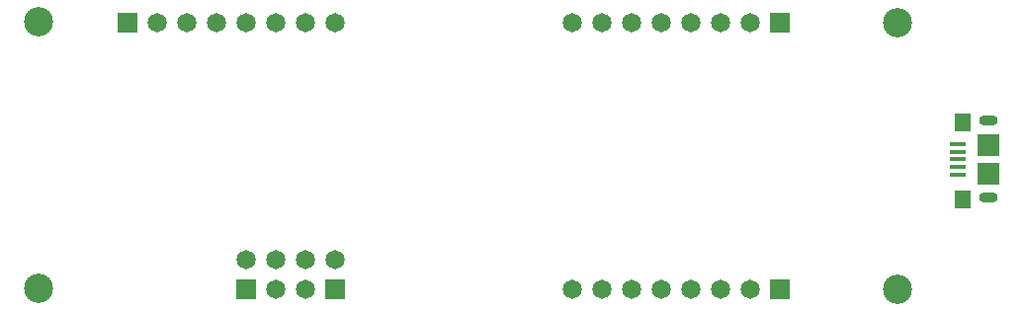
<source format=gts>
G04 #@! TF.GenerationSoftware,KiCad,Pcbnew,(5.1.7)-1*
G04 #@! TF.CreationDate,2020-12-20T14:57:21+09:00*
G04 #@! TF.ProjectId,pcbkicad,7063626b-6963-4616-942e-6b696361645f,rev?*
G04 #@! TF.SameCoordinates,Original*
G04 #@! TF.FileFunction,Soldermask,Top*
G04 #@! TF.FilePolarity,Negative*
%FSLAX46Y46*%
G04 Gerber Fmt 4.6, Leading zero omitted, Abs format (unit mm)*
G04 Created by KiCad (PCBNEW (5.1.7)-1) date 2020-12-20 14:57:21*
%MOMM*%
%LPD*%
G01*
G04 APERTURE LIST*
%ADD10C,2.500000*%
%ADD11R,1.400000X1.600000*%
%ADD12O,1.600000X0.900000*%
%ADD13R,1.900000X1.900000*%
%ADD14R,1.350000X0.400000*%
%ADD15R,1.651000X1.651000*%
%ADD16C,1.651000*%
G04 APERTURE END LIST*
D10*
X105442000Y-78690500D03*
X105442000Y-101490000D03*
X178942000Y-78790500D03*
X178942000Y-101590000D03*
D11*
X184526080Y-87270000D03*
D12*
X186780000Y-87170000D03*
D13*
X186780000Y-89270000D03*
X186780000Y-91670000D03*
D12*
X186780000Y-93770000D03*
D11*
X184526080Y-93870000D03*
D14*
X184105000Y-89172060D03*
X184105000Y-89822300D03*
X184105000Y-90470000D03*
X184105000Y-91117700D03*
X184105000Y-91767940D03*
D15*
X130812000Y-101620000D03*
D16*
X128272000Y-101620000D03*
X125732000Y-101620000D03*
D15*
X123192000Y-101620000D03*
D16*
X123192000Y-99080000D03*
X125732000Y-99080000D03*
X128272000Y-99080000D03*
X130812000Y-99080000D03*
X151132000Y-101620000D03*
X153672000Y-101620000D03*
X156212000Y-101620000D03*
X158752000Y-101620000D03*
X161292000Y-101620000D03*
X163832000Y-101620000D03*
X166372000Y-101620000D03*
D15*
X168912000Y-101620000D03*
X168912000Y-78760500D03*
D16*
X166372000Y-78760500D03*
X163832000Y-78760500D03*
X161292000Y-78760500D03*
X158752000Y-78760500D03*
X156212000Y-78760500D03*
X153672000Y-78760500D03*
X151132000Y-78760500D03*
D15*
X113032000Y-78760500D03*
D16*
X115572000Y-78760500D03*
X118112000Y-78760500D03*
X120652000Y-78760500D03*
X123192000Y-78760500D03*
X125732000Y-78760500D03*
X128272000Y-78760500D03*
X130812000Y-78760500D03*
M02*

</source>
